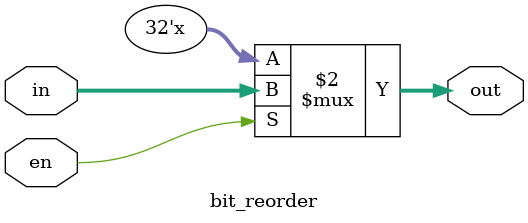
<source format=v>

module bit_reorder #(
      //==============================
      // Top level block parameters
      //==============================
      parameter DATA_WIDTH   = 32,            // number of bits to reorder
      parameter BIT0         = 0,             // position of bit 0 in the new vector
      parameter BIT1         = 1,             // position of bit 1 in the new vector
      parameter BIT2         = 2,             // position of bit 2 in the new vector
      parameter BIT3         = 3,             // position of bit 3 in the new vector
      parameter BIT4         = 4,             // position of bit 4 in the new vector
      parameter BIT5         = 5,             // position of bit 5 in the new vector
      parameter BIT6         = 6,             // position of bit 6 in the new vector
      parameter BIT7         = 7,             // position of bit 7 in the new vector
      parameter BIT8         = 8,             // position of bit 8 in the new vector
      parameter BIT9         = 9,             // position of bit 9 in the new vector
      parameter BIT10        = 10,            // position of bit 10 in the new vector
      parameter BIT11        = 11,            // position of bit 11 in the new vector
      parameter BIT12        = 12,            // position of bit 12 in the new vector
      parameter BIT13        = 13,            // position of bit 13 in the new vector
      parameter BIT14        = 14,            // position of bit 14 in the new vector
      parameter BIT15        = 15,            // position of bit 15 in the new vector
      parameter BIT16        = 16,            // position of bit 16 in the new vector
      parameter BIT17        = 17,            // position of bit 17 in the new vector
      parameter BIT18        = 18,            // position of bit 18 in the new vector
      parameter BIT19        = 19,            // position of bit 19 in the new vector
      parameter BIT20        = 20,            // position of bit 20 in the new vector
      parameter BIT21        = 21,            // position of bit 21 in the new vector
      parameter BIT22        = 22,            // position of bit 22 in the new vector
      parameter BIT23        = 23,            // position of bit 23 in the new vector
      parameter BIT24        = 24,            // position of bit 24 in the new vector
      parameter BIT25        = 25,            // position of bit 25 in the new vector
      parameter BIT26        = 26,            // position of bit 26 in the new vector
      parameter BIT27        = 27,            // position of bit 27 in the new vector
      parameter BIT28        = 28,            // position of bit 28 in the new vector
      parameter BIT29        = 29,            // position of bit 29 in the new vector
      parameter BIT30        = 30,            // position of bit 30 in the new vector
      parameter BIT31        = 31             // position of bit 31 in the new vector
   ) (
      //===============
      // Input Ports
      //===============
      input wire                  en,
      input wire [DATA_WIDTH-1:0] in,
      
      //===============
      // Output Ports
      //===============
      output reg [DATA_WIDTH-1:0] out
   );

   always @* begin
      if (en) begin
         out <= {in[BIT31], in[BIT30], in[BIT29], in[BIT28], in[BIT27], in[BIT26], in[BIT25], in[BIT24], in[BIT23], in[BIT22], in[BIT21], in[BIT20], in[BIT19], in[BIT18], in[BIT17], in[BIT16], in[BIT15], in[BIT14], in[BIT13], in[BIT12], in[BIT11], in[BIT10], in[BIT9], in[BIT8], in[BIT7], in[BIT6], in[BIT5], in[BIT4], in[BIT3], in[BIT2], in[BIT1], in[BIT0]};
      end
   end
endmodule


</source>
